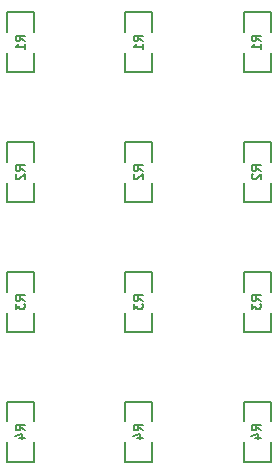
<source format=gbo>
G04 (created by PCBNEW (2013-04-19 BZR 4011)-stable) date 9/19/2013 12:32:27 AM*
%MOIN*%
G04 Gerber Fmt 3.4, Leading zero omitted, Abs format*
%FSLAX34Y34*%
G01*
G70*
G90*
G04 APERTURE LIST*
%ADD10C,0.00393701*%
%ADD11C,0.005*%
G04 APERTURE END LIST*
G54D10*
G54D11*
X83801Y-36500D02*
X84701Y-36500D01*
X84701Y-36500D02*
X84701Y-37150D01*
X83801Y-37850D02*
X83801Y-38500D01*
X83801Y-38500D02*
X84701Y-38500D01*
X84701Y-38500D02*
X84701Y-37850D01*
X83801Y-37150D02*
X83801Y-36500D01*
X83801Y-40830D02*
X84701Y-40830D01*
X84701Y-40830D02*
X84701Y-41480D01*
X83801Y-42180D02*
X83801Y-42830D01*
X83801Y-42830D02*
X84701Y-42830D01*
X84701Y-42830D02*
X84701Y-42180D01*
X83801Y-41480D02*
X83801Y-40830D01*
X83801Y-45161D02*
X84701Y-45161D01*
X84701Y-45161D02*
X84701Y-45811D01*
X83801Y-46511D02*
X83801Y-47161D01*
X83801Y-47161D02*
X84701Y-47161D01*
X84701Y-47161D02*
X84701Y-46511D01*
X83801Y-45811D02*
X83801Y-45161D01*
X83801Y-49492D02*
X84701Y-49492D01*
X84701Y-49492D02*
X84701Y-50142D01*
X83801Y-50842D02*
X83801Y-51492D01*
X83801Y-51492D02*
X84701Y-51492D01*
X84701Y-51492D02*
X84701Y-50842D01*
X83801Y-50142D02*
X83801Y-49492D01*
X79864Y-36500D02*
X80764Y-36500D01*
X80764Y-36500D02*
X80764Y-37150D01*
X79864Y-37850D02*
X79864Y-38500D01*
X79864Y-38500D02*
X80764Y-38500D01*
X80764Y-38500D02*
X80764Y-37850D01*
X79864Y-37150D02*
X79864Y-36500D01*
X79864Y-40830D02*
X80764Y-40830D01*
X80764Y-40830D02*
X80764Y-41480D01*
X79864Y-42180D02*
X79864Y-42830D01*
X79864Y-42830D02*
X80764Y-42830D01*
X80764Y-42830D02*
X80764Y-42180D01*
X79864Y-41480D02*
X79864Y-40830D01*
X79864Y-45161D02*
X80764Y-45161D01*
X80764Y-45161D02*
X80764Y-45811D01*
X79864Y-46511D02*
X79864Y-47161D01*
X79864Y-47161D02*
X80764Y-47161D01*
X80764Y-47161D02*
X80764Y-46511D01*
X79864Y-45811D02*
X79864Y-45161D01*
X79864Y-49492D02*
X80764Y-49492D01*
X80764Y-49492D02*
X80764Y-50142D01*
X79864Y-50842D02*
X79864Y-51492D01*
X79864Y-51492D02*
X80764Y-51492D01*
X80764Y-51492D02*
X80764Y-50842D01*
X79864Y-50142D02*
X79864Y-49492D01*
X75927Y-36500D02*
X76827Y-36500D01*
X76827Y-36500D02*
X76827Y-37150D01*
X75927Y-37850D02*
X75927Y-38500D01*
X75927Y-38500D02*
X76827Y-38500D01*
X76827Y-38500D02*
X76827Y-37850D01*
X75927Y-37150D02*
X75927Y-36500D01*
X75927Y-40830D02*
X76827Y-40830D01*
X76827Y-40830D02*
X76827Y-41480D01*
X75927Y-42180D02*
X75927Y-42830D01*
X75927Y-42830D02*
X76827Y-42830D01*
X76827Y-42830D02*
X76827Y-42180D01*
X75927Y-41480D02*
X75927Y-40830D01*
X75927Y-45161D02*
X76827Y-45161D01*
X76827Y-45161D02*
X76827Y-45811D01*
X75927Y-46511D02*
X75927Y-47161D01*
X75927Y-47161D02*
X76827Y-47161D01*
X76827Y-47161D02*
X76827Y-46511D01*
X75927Y-45811D02*
X75927Y-45161D01*
X75927Y-49492D02*
X76827Y-49492D01*
X76827Y-49492D02*
X76827Y-50142D01*
X75927Y-50842D02*
X75927Y-51492D01*
X75927Y-51492D02*
X76827Y-51492D01*
X76827Y-51492D02*
X76827Y-50842D01*
X75927Y-50142D02*
X75927Y-49492D01*
X84373Y-37450D02*
X84230Y-37350D01*
X84373Y-37278D02*
X84073Y-37278D01*
X84073Y-37392D01*
X84087Y-37421D01*
X84101Y-37435D01*
X84130Y-37450D01*
X84173Y-37450D01*
X84201Y-37435D01*
X84216Y-37421D01*
X84230Y-37392D01*
X84230Y-37278D01*
X84373Y-37735D02*
X84373Y-37564D01*
X84373Y-37650D02*
X84073Y-37650D01*
X84116Y-37621D01*
X84144Y-37592D01*
X84159Y-37564D01*
X84373Y-41780D02*
X84230Y-41680D01*
X84373Y-41609D02*
X84073Y-41609D01*
X84073Y-41723D01*
X84087Y-41752D01*
X84101Y-41766D01*
X84130Y-41780D01*
X84173Y-41780D01*
X84201Y-41766D01*
X84216Y-41752D01*
X84230Y-41723D01*
X84230Y-41609D01*
X84101Y-41894D02*
X84087Y-41909D01*
X84073Y-41937D01*
X84073Y-42009D01*
X84087Y-42037D01*
X84101Y-42052D01*
X84130Y-42066D01*
X84159Y-42066D01*
X84201Y-42052D01*
X84373Y-41880D01*
X84373Y-42066D01*
X84373Y-46111D02*
X84230Y-46011D01*
X84373Y-45939D02*
X84073Y-45939D01*
X84073Y-46054D01*
X84087Y-46082D01*
X84101Y-46097D01*
X84130Y-46111D01*
X84173Y-46111D01*
X84201Y-46097D01*
X84216Y-46082D01*
X84230Y-46054D01*
X84230Y-45939D01*
X84073Y-46211D02*
X84073Y-46397D01*
X84187Y-46297D01*
X84187Y-46339D01*
X84201Y-46368D01*
X84216Y-46382D01*
X84244Y-46397D01*
X84316Y-46397D01*
X84344Y-46382D01*
X84359Y-46368D01*
X84373Y-46339D01*
X84373Y-46254D01*
X84359Y-46225D01*
X84344Y-46211D01*
X84373Y-50442D02*
X84230Y-50342D01*
X84373Y-50270D02*
X84073Y-50270D01*
X84073Y-50384D01*
X84087Y-50413D01*
X84101Y-50427D01*
X84130Y-50442D01*
X84173Y-50442D01*
X84201Y-50427D01*
X84216Y-50413D01*
X84230Y-50384D01*
X84230Y-50270D01*
X84173Y-50699D02*
X84373Y-50699D01*
X84059Y-50627D02*
X84273Y-50556D01*
X84273Y-50742D01*
X80436Y-37450D02*
X80293Y-37350D01*
X80436Y-37278D02*
X80136Y-37278D01*
X80136Y-37392D01*
X80150Y-37421D01*
X80164Y-37435D01*
X80193Y-37450D01*
X80236Y-37450D01*
X80264Y-37435D01*
X80279Y-37421D01*
X80293Y-37392D01*
X80293Y-37278D01*
X80436Y-37735D02*
X80436Y-37564D01*
X80436Y-37650D02*
X80136Y-37650D01*
X80179Y-37621D01*
X80207Y-37592D01*
X80222Y-37564D01*
X80436Y-41780D02*
X80293Y-41680D01*
X80436Y-41609D02*
X80136Y-41609D01*
X80136Y-41723D01*
X80150Y-41752D01*
X80164Y-41766D01*
X80193Y-41780D01*
X80236Y-41780D01*
X80264Y-41766D01*
X80279Y-41752D01*
X80293Y-41723D01*
X80293Y-41609D01*
X80164Y-41894D02*
X80150Y-41909D01*
X80136Y-41937D01*
X80136Y-42009D01*
X80150Y-42037D01*
X80164Y-42052D01*
X80193Y-42066D01*
X80222Y-42066D01*
X80264Y-42052D01*
X80436Y-41880D01*
X80436Y-42066D01*
X80436Y-46111D02*
X80293Y-46011D01*
X80436Y-45939D02*
X80136Y-45939D01*
X80136Y-46054D01*
X80150Y-46082D01*
X80164Y-46097D01*
X80193Y-46111D01*
X80236Y-46111D01*
X80264Y-46097D01*
X80279Y-46082D01*
X80293Y-46054D01*
X80293Y-45939D01*
X80136Y-46211D02*
X80136Y-46397D01*
X80250Y-46297D01*
X80250Y-46339D01*
X80264Y-46368D01*
X80279Y-46382D01*
X80307Y-46397D01*
X80379Y-46397D01*
X80407Y-46382D01*
X80422Y-46368D01*
X80436Y-46339D01*
X80436Y-46254D01*
X80422Y-46225D01*
X80407Y-46211D01*
X80436Y-50442D02*
X80293Y-50342D01*
X80436Y-50270D02*
X80136Y-50270D01*
X80136Y-50384D01*
X80150Y-50413D01*
X80164Y-50427D01*
X80193Y-50442D01*
X80236Y-50442D01*
X80264Y-50427D01*
X80279Y-50413D01*
X80293Y-50384D01*
X80293Y-50270D01*
X80236Y-50699D02*
X80436Y-50699D01*
X80122Y-50627D02*
X80336Y-50556D01*
X80336Y-50742D01*
X76499Y-37450D02*
X76356Y-37350D01*
X76499Y-37278D02*
X76199Y-37278D01*
X76199Y-37392D01*
X76213Y-37421D01*
X76227Y-37435D01*
X76256Y-37450D01*
X76299Y-37450D01*
X76327Y-37435D01*
X76342Y-37421D01*
X76356Y-37392D01*
X76356Y-37278D01*
X76499Y-37735D02*
X76499Y-37564D01*
X76499Y-37650D02*
X76199Y-37650D01*
X76242Y-37621D01*
X76270Y-37592D01*
X76285Y-37564D01*
X76499Y-41780D02*
X76356Y-41680D01*
X76499Y-41609D02*
X76199Y-41609D01*
X76199Y-41723D01*
X76213Y-41752D01*
X76227Y-41766D01*
X76256Y-41780D01*
X76299Y-41780D01*
X76327Y-41766D01*
X76342Y-41752D01*
X76356Y-41723D01*
X76356Y-41609D01*
X76227Y-41894D02*
X76213Y-41909D01*
X76199Y-41937D01*
X76199Y-42009D01*
X76213Y-42037D01*
X76227Y-42052D01*
X76256Y-42066D01*
X76285Y-42066D01*
X76327Y-42052D01*
X76499Y-41880D01*
X76499Y-42066D01*
X76499Y-46111D02*
X76356Y-46011D01*
X76499Y-45939D02*
X76199Y-45939D01*
X76199Y-46054D01*
X76213Y-46082D01*
X76227Y-46097D01*
X76256Y-46111D01*
X76299Y-46111D01*
X76327Y-46097D01*
X76342Y-46082D01*
X76356Y-46054D01*
X76356Y-45939D01*
X76199Y-46211D02*
X76199Y-46397D01*
X76313Y-46297D01*
X76313Y-46339D01*
X76327Y-46368D01*
X76342Y-46382D01*
X76370Y-46397D01*
X76442Y-46397D01*
X76470Y-46382D01*
X76485Y-46368D01*
X76499Y-46339D01*
X76499Y-46254D01*
X76485Y-46225D01*
X76470Y-46211D01*
X76499Y-50442D02*
X76356Y-50342D01*
X76499Y-50270D02*
X76199Y-50270D01*
X76199Y-50384D01*
X76213Y-50413D01*
X76227Y-50427D01*
X76256Y-50442D01*
X76299Y-50442D01*
X76327Y-50427D01*
X76342Y-50413D01*
X76356Y-50384D01*
X76356Y-50270D01*
X76299Y-50699D02*
X76499Y-50699D01*
X76185Y-50627D02*
X76399Y-50556D01*
X76399Y-50742D01*
M02*

</source>
